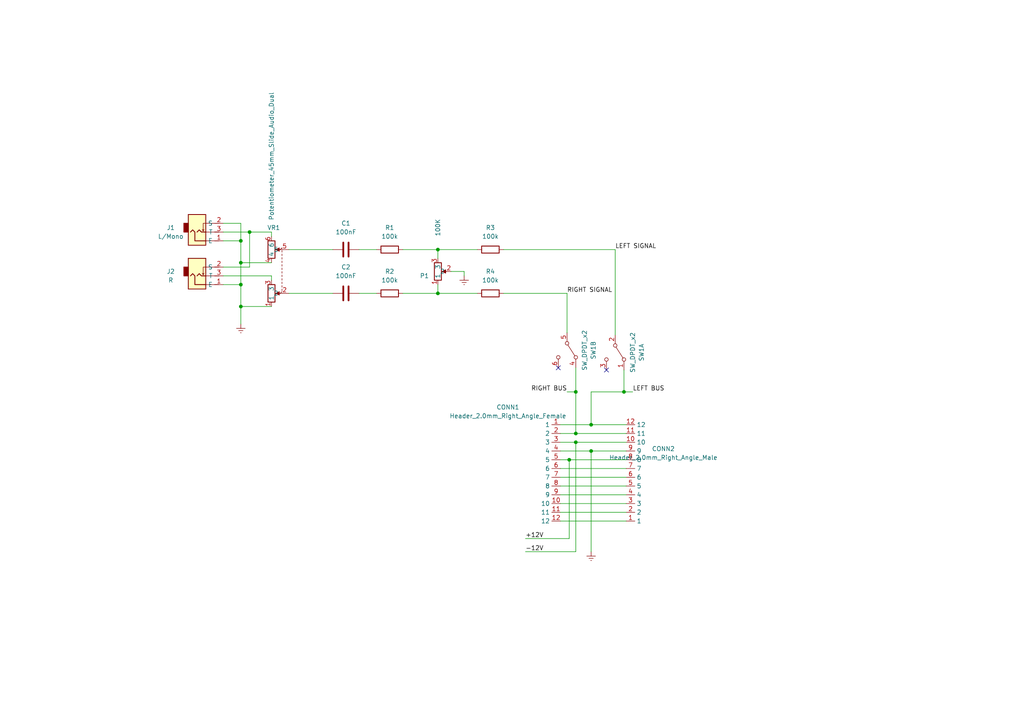
<source format=kicad_sch>
(kicad_sch (version 20211123) (generator eeschema)
  (paper "A4")
  (lib_symbols
    (symbol "Device:C" (pin_numbers hide) (pin_names (offset 0.254))
      (property "Reference" "C" (at 0.635 2.54 0))
      (property "Value" "C" (at 0.635 -2.54 0))
      (symbol "C_0_1"
        (polyline (pts (xy -2.032 -0.762) (xy 2.032 -0.762)) (stroke (width 0.508)))
        (polyline (pts (xy -2.032 0.762) (xy 2.032 0.762)) (stroke (width 0.508)))
      )
      (symbol "C_1_1"
        (pin passive line (at 0 3.81 270) (length 2.794) (name "~") (number "1"))
        (pin passive line (at 0 -3.81 90) (length 2.794) (name "~") (number "2"))
      )
    )
    (symbol "Device:R" (pin_numbers hide) (pin_names (offset 0))
      (property "Reference" "R" (at 2.032 0 90))
      (property "Value" "R" (at 0 0 90))
      (symbol "R_0_1"
        (rectangle (start -1.016 -2.54) (end 1.016 2.54) (stroke (width 0.254)))
      )
      (symbol "R_1_1"
        (pin passive line (at 0 3.81 270) (length 1.27) (name "~") (number "1"))
        (pin passive line (at 0 -3.81 90) (length 1.27) (name "~") (number "2"))
      )
    )
    (symbol "Eurorack:Header_01x12_2.0mm_Right_Angle_Female"
      (property "Reference" "CONN" (at 0 -1.27 0))
      (property "Value" "Header_01x12_2.0mm_Right_Angle_Female" (at 0 1.27 0))
      (symbol "Header_01x12_2.0mm_Right_Angle_Female_1_1"
        (pin input line (at 0 -3.81 0) (length 2.54) (name "1") (number "1"))
        (pin input line (at 0 -26.67 0) (length 2.54) (name "10") (number "10"))
        (pin input line (at 0 -29.21 0) (length 2.54) (name "11") (number "11"))
        (pin input line (at 0 -31.75 0) (length 2.54) (name "12") (number "12"))
        (pin input line (at 0 -6.35 0) (length 2.54) (name "2") (number "2"))
        (pin input line (at 0 -8.89 0) (length 2.54) (name "3") (number "3"))
        (pin input line (at 0 -11.43 0) (length 2.54) (name "4") (number "4"))
        (pin input line (at 0 -13.97 0) (length 2.54) (name "5") (number "5"))
        (pin input line (at 0 -16.51 0) (length 2.54) (name "6") (number "6"))
        (pin input line (at 0 -19.05 0) (length 2.54) (name "7") (number "7"))
        (pin input line (at 0 -21.59 0) (length 2.54) (name "8") (number "8"))
        (pin input line (at 0 -24.13 0) (length 2.54) (name "9") (number "9"))
      )
    )
    (symbol "Eurorack:Potentiometer_45mm_Slide_Audio_Dual"
      (property "Reference" "VR" (at -1.27 10.16 0))
      (property "Value" "Potentiometer_45mm_Slide_Audio_Dual" (at -1.27 12.7 0))
      (symbol "Potentiometer_45mm_Slide_Audio_Dual_0_1"
        (rectangle (start -10.16 1.016) (end -5.08 -1.016) (stroke (width 0.254)))
        (polyline (pts (xy -7.62 2.54) (xy -7.62 1.524)))
        (polyline (pts (xy -7.62 2.54) (xy -7.62 1.524)))
        (polyline (pts (xy -7.62 2.54) (xy -7.112 3.048)))
        (polyline (pts (xy -6.858 3.048) (xy -6.35 3.048)))
        (polyline (pts (xy -5.842 3.048) (xy -5.334 3.048)))
        (polyline (pts (xy -4.826 3.048) (xy -4.318 3.048)))
        (polyline (pts (xy -3.81 3.048) (xy -3.302 3.048)))
        (polyline (pts (xy -2.794 3.048) (xy -2.286 3.048)))
        (polyline (pts (xy -1.778 3.048) (xy -1.27 3.048)))
        (polyline (pts (xy -0.762 3.048) (xy -0.254 3.048)))
        (polyline (pts (xy 0.254 3.048) (xy 0.762 3.048)))
        (polyline (pts (xy 1.27 3.048) (xy 1.778 3.048)))
        (polyline (pts (xy 2.286 3.048) (xy 2.794 3.048)))
        (polyline (pts (xy 3.302 3.048) (xy 3.81 3.048)))
        (polyline (pts (xy 4.318 3.048) (xy 4.826 3.048)))
        (polyline (pts (xy 5.08 2.54) (xy 5.08 1.524)))
        (polyline (pts (xy 5.08 2.54) (xy 5.08 1.524)))
        (polyline (pts (xy 5.334 3.048) (xy 5.588 3.048) (xy 5.08 2.54)))
        (polyline (pts (xy -7.62 1.143) (xy -8.128 2.286) (xy -7.112 2.286) (xy -7.62 1.143)) (fill (type outline)))
        (polyline (pts (xy 5.08 1.143) (xy 4.572 2.286) (xy 5.588 2.286) (xy 5.08 1.143)) (fill (type outline)))
        (rectangle (start 2.54 1.016) (end 7.62 -1.016) (stroke (width 0.254)))
      )
      (symbol "Potentiometer_45mm_Slide_Audio_Dual_1_1"
        (pin passive line (at -11.43 0 0) (length 1.27) (name "1") (number "1"))
        (pin passive line (at -7.62 5.08 270) (length 2.54) (name "2") (number "2"))
        (pin passive line (at -3.81 0 180) (length 1.27) (name "3") (number "3"))
        (pin passive line (at 1.27 0 0) (length 1.27) (name "4") (number "4"))
        (pin passive line (at 5.08 5.08 270) (length 2.54) (name "5") (number "5"))
        (pin passive line (at 8.89 0 180) (length 1.27) (name "6") (number "6"))
      )
    )
    (symbol "Eurorack:Potentiometer_9mm_Vertical_Linear"
      (property "Reference" "P" (at 0 2.54 0))
      (property "Value" "Potentiometer_9mm_Vertical_Linear" (at 0 11.43 0))
      (symbol "Potentiometer_9mm_Vertical_Linear_0_1"
        (polyline (pts (xy 2.54 0) (xy 1.524 0)))
        (polyline (pts (xy 1.143 0) (xy 2.286 0.508) (xy 2.286 -0.508) (xy 1.143 0)) (fill (type outline)))
        (rectangle (start 1.016 2.54) (end -1.016 -2.54) (stroke (width 0.254)))
      )
      (symbol "Potentiometer_9mm_Vertical_Linear_1_1"
        (pin passive line (at 0 3.81 270) (length 1.27) (name "1") (number "1"))
        (pin passive line (at 3.81 0 180) (length 1.27) (name "2") (number "2"))
        (pin passive line (at 0 -3.81 90) (length 1.27) (name "3") (number "3"))
      )
    )
    (symbol "Eurorack:Thonkiconn_Mono_Jack"
      (property "Reference" "J" (at 0 1.27 0))
      (property "Value" "Thonkiconn_Mono_Jack" (at 10.16 3.81 0))
      (symbol "Thonkiconn_Mono_Jack_0_1"
        (rectangle (start -1.27 -2.54) (end 0 -5.08) (stroke (width 0.254)) (fill (type outline)))
        (polyline (pts (xy 4.318 -4.826) (xy 4.572 -4.318)))
        (polyline (pts (xy 8.89 -7.62) (xy 5.08 -7.62)))
        (polyline (pts (xy 8.89 -5.08) (xy 5.08 -5.08)))
        (polyline (pts (xy 2.54 -5.08) (xy 3.175 -4.445) (xy 3.81 -5.08) (xy 5.08 -5.08)) (stroke (width 0.254)))
        (polyline (pts (xy 8.89 -2.54) (xy 4.318 -2.54) (xy 4.318 -4.826) (xy 4.064 -4.318)))
        (polyline (pts (xy 5.08 -7.62) (xy 1.905 -7.62) (xy 1.905 -5.08) (xy 1.27 -4.445) (xy 0.635 -5.08)) (stroke (width 0.254)))
        (rectangle (start 0 0) (end 5.08 -8.89) (stroke (width 0.254)) (fill (type background)))
      )
      (symbol "Thonkiconn_Mono_Jack_1_1"
        (pin passive line (at 10.16 -7.62 180) (length 2.54) (name "E") (number "1"))
        (pin passive line (at 10.16 -2.54 180) (length 2.54) (name "S") (number "2"))
        (pin passive line (at 10.16 -5.08 180) (length 2.54) (name "T") (number "3"))
      )
    )
    (symbol "Switch:SW_DPDT_x2" (pin_names (offset 0) hide)
      (property "Reference" "SW" (at 0 4.318 0))
      (property "Value" "SW_DPDT_x2" (at 0 -5.08 0))
      (symbol "SW_DPDT_x2_0_0"
        (circle (center -2.032 0) (radius 0.508))
        (circle (center 2.032 -2.54) (radius 0.508))
      )
      (symbol "SW_DPDT_x2_0_1"
        (polyline (pts (xy -1.524 0.254) (xy 1.651 2.286)))
        (circle (center 2.032 2.54) (radius 0.508))
      )
      (symbol "SW_DPDT_x2_1_1"
        (pin passive line (at 5.08 2.54 180) (length 2.54) (name "A") (number "1"))
        (pin passive line (at -5.08 0 0) (length 2.54) (name "B") (number "2"))
        (pin passive line (at 5.08 -2.54 180) (length 2.54) (name "C") (number "3"))
      )
      (symbol "SW_DPDT_x2_2_1"
        (pin passive line (at 5.08 2.54 180) (length 2.54) (name "A") (number "4"))
        (pin passive line (at -5.08 0 0) (length 2.54) (name "B") (number "5"))
        (pin passive line (at 5.08 -2.54 180) (length 2.54) (name "C") (number "6"))
      )
    )
    (symbol "power:Earth" (power) (pin_names (offset 0))
      (symbol "Earth_0_1"
        (polyline (pts (xy -0.635 -1.905) (xy 0.635 -1.905)))
        (polyline (pts (xy -0.127 -2.54) (xy 0.127 -2.54)))
        (polyline (pts (xy 0 -1.27) (xy 0 0)))
        (polyline (pts (xy 1.27 -1.27) (xy -1.27 -1.27)))
      )
      (symbol "Earth_1_1"
        (pin power_in line (at 0 0 270) (length 0) hide (name "Earth") (number "1"))
      )
    )
  )
  (junction (at 165.1 133.35))
  (junction (at 171.45 130.81))
  (junction (at 167.005 113.665))
  (junction (at 127 72.39))
  (junction (at 167.005 128.27))
  (junction (at 69.85 88.9))
  (junction (at 72.39 67.31))
  (junction (at 180.975 113.665))
  (junction (at 127 85.09))
  (junction (at 69.85 69.85))
  (junction (at 171.45 123.19))
  (junction (at 69.85 82.55))
  (junction (at 69.85 76.2))
  (junction (at 167.005 125.73))
  (no_connect (at 161.925 106.68))
  (no_connect (at 175.895 107.315))
  (wire (pts (xy 104.14 72.39) (xy 109.22 72.39)))
  (wire (pts (xy 180.975 107.315) (xy 180.975 113.665)))
  (wire (pts (xy 162.56 151.13) (xy 181.61 151.13)))
  (wire (pts (xy 134.62 80.01) (xy 134.62 78.74)))
  (wire (pts (xy 146.05 85.09) (xy 164.465 85.09)))
  (wire (pts (xy 171.45 113.665) (xy 171.45 123.19)))
  (wire (pts (xy 162.56 125.73) (xy 167.005 125.73)))
  (wire (pts (xy 167.005 106.68) (xy 167.005 113.665)))
  (wire (pts (xy 171.45 123.19) (xy 181.61 123.19)))
  (wire (pts (xy 83.82 72.39) (xy 96.52 72.39)))
  (wire (pts (xy 69.85 76.2) (xy 69.85 82.55)))
  (wire (pts (xy 164.465 96.52) (xy 164.465 85.09)))
  (wire (pts (xy 83.82 85.09) (xy 96.52 85.09)))
  (wire (pts (xy 165.1 133.35) (xy 181.61 133.35)))
  (wire (pts (xy 127 85.09) (xy 116.84 85.09)))
  (wire (pts (xy 64.77 80.01) (xy 78.74 80.01)))
  (wire (pts (xy 162.56 140.97) (xy 181.61 140.97)))
  (wire (pts (xy 178.435 72.39) (xy 178.435 97.155)))
  (wire (pts (xy 72.39 77.47) (xy 72.39 67.31)))
  (wire (pts (xy 69.85 88.9) (xy 78.74 88.9)))
  (wire (pts (xy 165.1 133.35) (xy 165.1 156.21)))
  (wire (pts (xy 164.465 113.665) (xy 167.005 113.665)))
  (wire (pts (xy 162.56 138.43) (xy 181.61 138.43)))
  (wire (pts (xy 64.77 64.77) (xy 69.85 64.77)))
  (wire (pts (xy 167.005 113.665) (xy 167.005 125.73)))
  (wire (pts (xy 162.56 143.51) (xy 181.61 143.51)))
  (wire (pts (xy 167.005 125.73) (xy 181.61 125.73)))
  (wire (pts (xy 127 85.09) (xy 138.43 85.09)))
  (wire (pts (xy 64.77 77.47) (xy 72.39 77.47)))
  (wire (pts (xy 69.85 64.77) (xy 69.85 69.85)))
  (wire (pts (xy 64.77 69.85) (xy 69.85 69.85)))
  (wire (pts (xy 167.005 128.27) (xy 181.61 128.27)))
  (wire (pts (xy 152.4 160.02) (xy 167.005 160.02)))
  (wire (pts (xy 127 74.93) (xy 127 72.39)))
  (wire (pts (xy 69.85 93.98) (xy 69.85 88.9)))
  (wire (pts (xy 146.05 72.39) (xy 178.435 72.39)))
  (wire (pts (xy 78.74 80.01) (xy 78.74 81.28)))
  (wire (pts (xy 171.45 130.81) (xy 171.45 160.02)))
  (wire (pts (xy 64.77 67.31) (xy 72.39 67.31)))
  (wire (pts (xy 104.14 85.09) (xy 109.22 85.09)))
  (wire (pts (xy 162.56 130.81) (xy 171.45 130.81)))
  (wire (pts (xy 162.56 146.05) (xy 181.61 146.05)))
  (wire (pts (xy 162.56 128.27) (xy 167.005 128.27)))
  (wire (pts (xy 116.84 72.39) (xy 127 72.39)))
  (wire (pts (xy 127 72.39) (xy 138.43 72.39)))
  (wire (pts (xy 69.85 76.2) (xy 78.74 76.2)))
  (wire (pts (xy 162.56 148.59) (xy 181.61 148.59)))
  (wire (pts (xy 167.005 128.27) (xy 167.005 160.02)))
  (wire (pts (xy 162.56 133.35) (xy 165.1 133.35)))
  (wire (pts (xy 69.85 82.55) (xy 64.77 82.55)))
  (wire (pts (xy 162.56 123.19) (xy 171.45 123.19)))
  (wire (pts (xy 69.85 69.85) (xy 69.85 76.2)))
  (wire (pts (xy 152.4 156.21) (xy 165.1 156.21)))
  (wire (pts (xy 69.85 88.9) (xy 69.85 82.55)))
  (wire (pts (xy 171.45 130.81) (xy 181.61 130.81)))
  (wire (pts (xy 180.975 113.665) (xy 171.45 113.665)))
  (wire (pts (xy 162.56 135.89) (xy 181.61 135.89)))
  (wire (pts (xy 72.39 67.31) (xy 78.74 67.31)))
  (wire (pts (xy 134.62 78.74) (xy 130.81 78.74)))
  (wire (pts (xy 127 82.55) (xy 127 85.09)))
  (wire (pts (xy 180.975 113.665) (xy 183.515 113.665)))
  (wire (pts (xy 78.74 68.58) (xy 78.74 67.31)))
  (label "LEFT SIGNAL" (at 178.435 72.39 0))
  (label "RIGHT BUS" (at 164.465 113.665 180))
  (label "RIGHT SIGNAL" (at 164.465 85.09 0))
  (label "-12V" (at 152.4 160.02 0))
  (label "+12V" (at 152.4 156.21 0))
  (label "LEFT BUS" (at 183.515 113.665 0))
  (symbol (lib_id "Eurorack:Header_01x12_2.0mm_Right_Angle_Female") (at 181.61 154.94 0) (mirror x) (unit 1)
    (property "Reference" "CONN2" (at 192.405 130.175 0))
    (property "Value" "Header_2.0mm_Right_Angle_Male" (at 192.405 132.715 0))
    (property "Footprint" "Eurorack:Header 01x12 2.0mm Right Angle Male" (effects hide))
  )
  (symbol (lib_id "Eurorack:Header_01x12_2.0mm_Right_Angle_Female") (at 162.56 119.38 0) (mirror y) (unit 1)
    (property "Reference" "CONN1" (at 147.32 118.11 0))
    (property "Value" "Header_2.0mm_Right_Angle_Female" (at 147.32 120.65 0))
    (property "Footprint" "Eurorack:Header 01x12 2.0mm Right Angle Female" (effects hide))
  )
  (symbol (lib_id "Device:R") (at 113.03 72.39 90) (unit 1)
    (property "Reference" "R1" (at 113.03 66.04 90))
    (property "Value" "100k" (at 113.03 68.58 90))
    (property "Footprint" "Eurorack:Resistor 0.25W Through-Hole" (effects hide))
  )
  (symbol (lib_id "Switch:SW_DPDT_x2") (at 178.435 102.235 270) (unit 1)
    (property "Reference" "SW1" (at 186.055 102.235 0))
    (property "Value" "SW_DPDT_x2" (at 183.515 102.235 0))
    (property "Footprint" "Eurorack:Sub-Miniature Toggle Switch DPDT" (effects hide))
  )
  (symbol (lib_id "Eurorack:Potentiometer_9mm_Vertical_Linear") (at 127 78.74 0) (mirror x) (unit 1)
    (property "Reference" "P1" (at 124.46 80.0101 0) (effects (justify right)))
    (property "Value" "100K" (at 127 68.58 90) (effects (justify right)))
    (property "Footprint" "Eurorack:Potentiometer 9mm Vertical Linear" (effects hide))
  )
  (symbol (lib_id "Device:R") (at 113.03 85.09 90) (unit 1)
    (property "Reference" "R2" (at 113.03 78.74 90))
    (property "Value" "100k" (at 113.03 81.28 90))
    (property "Footprint" "Eurorack:Resistor 0.25W Through-Hole" (effects hide))
  )
  (symbol (lib_id "Eurorack:Potentiometer_45mm_Slide_Audio_Dual") (at 78.74 77.47 270) (mirror x) (unit 1)
    (property "Reference" "VR1" (at 81.28 66.04 90) (effects (justify right)))
    (property "Value" "Potentiometer_45mm_Slide_Audio_Dual" (at 78.74 26.67 0) (effects (justify right)))
    (property "Footprint" "Eurorack:Potentiometer 45mm Slide Audio" (effects hide))
  )
  (symbol (lib_id "Eurorack:Thonkiconn_Mono_Jack") (at 54.61 62.23 0) (unit 1)
    (property "Reference" "J1" (at 49.53 66.04 0))
    (property "Value" "L/Mono" (at 49.53 68.58 0))
    (property "Footprint" "Eurorack:Thonkiconn Mono Jack" (effects hide))
  )
  (symbol (lib_id "power:Earth") (at 171.45 160.02 0) (unit 1)
    (property "Reference" "#PWR0103" (effects hide))
    (property "Value" "Earth" (effects hide))
  )
  (symbol (lib_id "Device:R") (at 142.24 72.39 90) (unit 1)
    (property "Reference" "R3" (at 142.24 66.04 90))
    (property "Value" "100k" (at 142.24 68.58 90))
    (property "Footprint" "Eurorack:Resistor 0.25W Through-Hole" (effects hide))
  )
  (symbol (lib_id "power:Earth") (at 69.85 93.98 0) (unit 1)
    (property "Reference" "#PWR0101" (effects hide))
    (property "Value" "Earth" (effects hide))
  )
  (symbol (lib_id "Switch:SW_DPDT_x2") (at 164.465 101.6 270) (unit 2)
    (property "Reference" "SW1" (at 172.085 101.6 0))
    (property "Value" "SW_DPDT_x2" (at 169.545 101.6 0))
    (property "Footprint" "Eurorack:Sub-Miniature Toggle Switch DPDT" (effects hide))
  )
  (symbol (lib_id "Device:R") (at 142.24 85.09 90) (unit 1)
    (property "Reference" "R4" (at 142.24 78.74 90))
    (property "Value" "100k" (at 142.24 81.28 90))
    (property "Footprint" "Eurorack:Resistor 0.25W Through-Hole" (effects hide))
  )
  (symbol (lib_id "power:Earth") (at 134.62 80.01 0) (unit 1)
    (property "Reference" "#PWR0102" (effects hide))
    (property "Value" "Earth" (effects hide))
  )
  (symbol (lib_id "Device:C") (at 100.33 85.09 90) (unit 1)
    (property "Reference" "C2" (at 100.33 77.47 90))
    (property "Value" "100nF" (at 100.33 80.01 90))
    (property "Footprint" "Eurorack:Capacitor Small Non-Polarised" (effects hide))
  )
  (symbol (lib_id "Device:C") (at 100.33 72.39 90) (unit 1)
    (property "Reference" "C1" (at 100.33 64.77 90))
    (property "Value" "100nF" (at 100.33 67.31 90))
    (property "Footprint" "Eurorack:Capacitor Small Non-Polarised" (effects hide))
  )
  (symbol (lib_id "Eurorack:Thonkiconn_Mono_Jack") (at 54.61 74.93 0) (unit 1)
    (property "Reference" "J2" (at 49.53 78.74 0))
    (property "Value" "R" (at 49.53 81.28 0))
    (property "Footprint" "Eurorack:Thonkiconn Mono Jack" (effects hide))
  )
)
</source>
